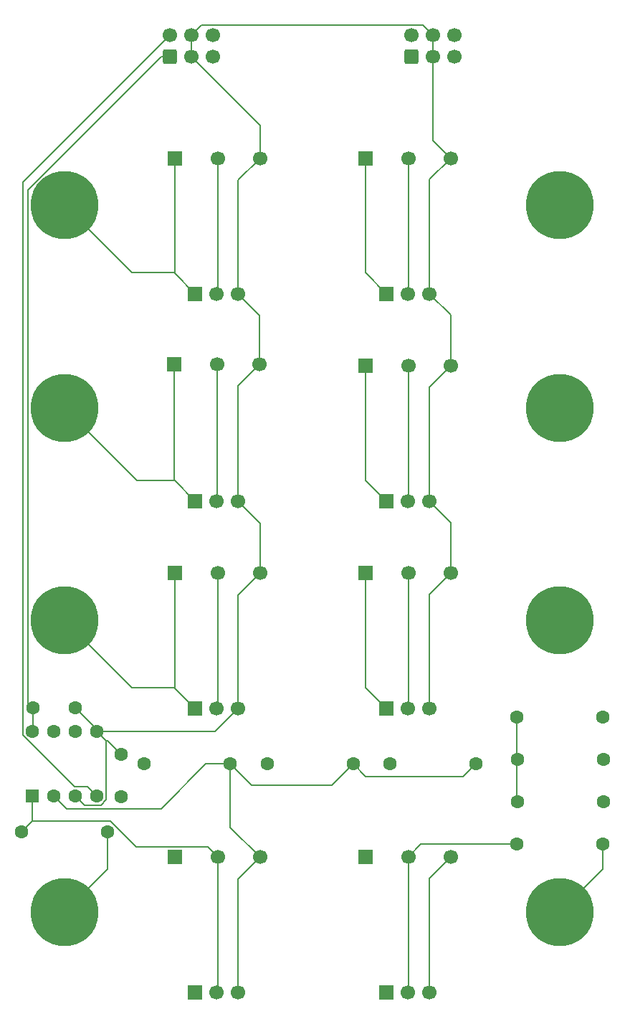
<source format=gbr>
%TF.GenerationSoftware,KiCad,Pcbnew,9.0.6*%
%TF.CreationDate,2026-01-10T14:07:08+11:00*%
%TF.ProjectId,cv-mixer,63762d6d-6978-4657-922e-6b696361645f,rev?*%
%TF.SameCoordinates,Original*%
%TF.FileFunction,Copper,L1,Top*%
%TF.FilePolarity,Positive*%
%FSLAX46Y46*%
G04 Gerber Fmt 4.6, Leading zero omitted, Abs format (unit mm)*
G04 Created by KiCad (PCBNEW 9.0.6) date 2026-01-10 14:07:08*
%MOMM*%
%LPD*%
G01*
G04 APERTURE LIST*
G04 Aperture macros list*
%AMRoundRect*
0 Rectangle with rounded corners*
0 $1 Rounding radius*
0 $2 $3 $4 $5 $6 $7 $8 $9 X,Y pos of 4 corners*
0 Add a 4 corners polygon primitive as box body*
4,1,4,$2,$3,$4,$5,$6,$7,$8,$9,$2,$3,0*
0 Add four circle primitives for the rounded corners*
1,1,$1+$1,$2,$3*
1,1,$1+$1,$4,$5*
1,1,$1+$1,$6,$7*
1,1,$1+$1,$8,$9*
0 Add four rect primitives between the rounded corners*
20,1,$1+$1,$2,$3,$4,$5,0*
20,1,$1+$1,$4,$5,$6,$7,0*
20,1,$1+$1,$6,$7,$8,$9,0*
20,1,$1+$1,$8,$9,$2,$3,0*%
G04 Aperture macros list end*
%TA.AperFunction,ComponentPad*%
%ADD10C,1.600000*%
%TD*%
%TA.AperFunction,ComponentPad*%
%ADD11RoundRect,0.250000X0.600000X-0.600000X0.600000X0.600000X-0.600000X0.600000X-0.600000X-0.600000X0*%
%TD*%
%TA.AperFunction,ComponentPad*%
%ADD12C,1.700000*%
%TD*%
%TA.AperFunction,ComponentPad*%
%ADD13R,1.700000X1.700000*%
%TD*%
%TA.AperFunction,ComponentPad*%
%ADD14C,8.000000*%
%TD*%
%TA.AperFunction,ComponentPad*%
%ADD15RoundRect,0.250000X0.550000X-0.550000X0.550000X0.550000X-0.550000X0.550000X-0.550000X-0.550000X0*%
%TD*%
%TA.AperFunction,Conductor*%
%ADD16C,0.200000*%
%TD*%
G04 APERTURE END LIST*
D10*
%TO.P,C2,1*%
%TO.N,GND*%
X44669438Y-111884473D03*
%TO.P,C2,2*%
%TO.N,-12V*%
X44669438Y-116884473D03*
%TD*%
%TO.P,C1,1*%
%TO.N,GND*%
X39286763Y-106389681D03*
%TO.P,C1,2*%
%TO.N,12V*%
X34286763Y-106389681D03*
%TD*%
D11*
%TO.P,J19,1,Pin_1*%
%TO.N,12V*%
X78960000Y-29500000D03*
D12*
%TO.P,J19,2,Pin_2*%
%TO.N,-12V*%
X78960000Y-26960000D03*
%TO.P,J19,3,Pin_3*%
%TO.N,GND*%
X81500000Y-29500000D03*
%TO.P,J19,4,Pin_4*%
X81500000Y-26960000D03*
%TO.P,J19,5,Pin_5*%
%TO.N,5V*%
X84040000Y-29500000D03*
%TO.P,J19,6,Pin_6*%
%TO.N,unconnected-(J19-Pin_6-Pad6)*%
X84040000Y-26960000D03*
%TD*%
D10*
%TO.P,R6,1*%
%TO.N,Net-(J12-Pin_2)*%
X101660000Y-117500000D03*
%TO.P,R6,2*%
%TO.N,Net-(J15-Pin_3)*%
X91500000Y-117500000D03*
%TD*%
D13*
%TO.P,J2,1,Pin_1*%
%TO.N,Net-(J1-Pin_1)*%
X51000000Y-41500000D03*
D12*
%TO.P,J2,2,Pin_2*%
%TO.N,Net-(J2-Pin_2)*%
X56080000Y-41500000D03*
%TO.P,J2,3,Pin_3*%
%TO.N,GND*%
X61080000Y-41500000D03*
%TD*%
D14*
%TO.P,J3,1,Pin_1*%
%TO.N,Net-(J3-Pin_1)*%
X38000000Y-71024938D03*
%TD*%
D13*
%TO.P,J10,1,Pin_1*%
%TO.N,Net-(J10-Pin_1)*%
X73500000Y-66000000D03*
D12*
%TO.P,J10,2,Pin_2*%
%TO.N,Net-(J10-Pin_2)*%
X78580000Y-66000000D03*
%TO.P,J10,3,Pin_3*%
%TO.N,GND*%
X83580000Y-66000000D03*
%TD*%
D14*
%TO.P,J1,1,Pin_1*%
%TO.N,Net-(J1-Pin_1)*%
X38000000Y-47024938D03*
%TD*%
D10*
%TO.P,R2,1*%
%TO.N,Net-(J4-Pin_2)*%
X61920000Y-113000000D03*
%TO.P,R2,2*%
%TO.N,Net-(J13-Pin_3)*%
X72080000Y-113000000D03*
%TD*%
D13*
%TO.P,J6,1,Pin_1*%
%TO.N,Net-(J5-Pin_1)*%
X51000000Y-90500000D03*
D12*
%TO.P,J6,2,Pin_2*%
%TO.N,Net-(J6-Pin_2)*%
X56080000Y-90500000D03*
%TO.P,J6,3,Pin_3*%
%TO.N,GND*%
X61080000Y-90500000D03*
%TD*%
D14*
%TO.P,J14,1,Pin_1*%
%TO.N,Net-(J14-Pin_1)*%
X38000000Y-130500000D03*
%TD*%
D15*
%TO.P,U1,1*%
%TO.N,Net-(J13-Pin_2)*%
X34190000Y-116810000D03*
D10*
%TO.P,U1,2,-*%
%TO.N,Net-(J13-Pin_3)*%
X36730000Y-116810000D03*
%TO.P,U1,3,+*%
%TO.N,GND*%
X39270000Y-116810000D03*
%TO.P,U1,4,V-*%
%TO.N,-12V*%
X41810000Y-116810000D03*
%TO.P,U1,5,+*%
%TO.N,GND*%
X41810000Y-109190000D03*
%TO.P,U1,6,-*%
%TO.N,Net-(J15-Pin_3)*%
X39270000Y-109190000D03*
%TO.P,U1,7*%
%TO.N,Net-(J15-Pin_2)*%
X36730000Y-109190000D03*
%TO.P,U1,8,V+*%
%TO.N,12V*%
X34190000Y-109190000D03*
%TD*%
D14*
%TO.P,J9,1,Pin_1*%
%TO.N,Net-(J10-Pin_1)*%
X96500000Y-71024938D03*
%TD*%
D13*
%TO.P,J8,1,Pin_1*%
%TO.N,Net-(J7-Pin_1)*%
X73500000Y-41500000D03*
D12*
%TO.P,J8,2,Pin_2*%
%TO.N,Net-(J8-Pin_2)*%
X78580000Y-41500000D03*
%TO.P,J8,3,Pin_3*%
%TO.N,GND*%
X83580000Y-41500000D03*
%TD*%
D13*
%TO.P,RV4,1,1*%
%TO.N,Net-(J7-Pin_1)*%
X76000000Y-57500000D03*
D12*
%TO.P,RV4,2,2*%
%TO.N,Net-(J8-Pin_2)*%
X78540000Y-57500000D03*
%TO.P,RV4,3,3*%
%TO.N,GND*%
X81080000Y-57500000D03*
%TD*%
D13*
%TO.P,J4,1,Pin_1*%
%TO.N,Net-(J3-Pin_1)*%
X50960000Y-65800000D03*
D12*
%TO.P,J4,2,Pin_2*%
%TO.N,Net-(J4-Pin_2)*%
X56040000Y-65800000D03*
%TO.P,J4,3,Pin_3*%
%TO.N,GND*%
X61040000Y-65800000D03*
%TD*%
D14*
%TO.P,J5,1,Pin_1*%
%TO.N,Net-(J5-Pin_1)*%
X38000000Y-96024938D03*
%TD*%
D13*
%TO.P,RV3,1,1*%
%TO.N,Net-(J5-Pin_1)*%
X53410000Y-106500000D03*
D12*
%TO.P,RV3,2,2*%
%TO.N,Net-(J6-Pin_2)*%
X55950000Y-106500000D03*
%TO.P,RV3,3,3*%
%TO.N,GND*%
X58490000Y-106500000D03*
%TD*%
D13*
%TO.P,RV7,1,1*%
%TO.N,unconnected-(RV7-Pad1)*%
X53410000Y-140000000D03*
D12*
%TO.P,RV7,2,2*%
%TO.N,Net-(J13-Pin_2)*%
X55950000Y-140000000D03*
%TO.P,RV7,3,3*%
%TO.N,Net-(J13-Pin_3)*%
X58490000Y-140000000D03*
%TD*%
D13*
%TO.P,RV6,1,1*%
%TO.N,Net-(J11-Pin_1)*%
X75960000Y-106500000D03*
D12*
%TO.P,RV6,2,2*%
%TO.N,Net-(J12-Pin_2)*%
X78500000Y-106500000D03*
%TO.P,RV6,3,3*%
%TO.N,GND*%
X81040000Y-106500000D03*
%TD*%
D13*
%TO.P,J13,1,Pin_1*%
%TO.N,unconnected-(J13-Pin_1-Pad1)*%
X51000000Y-124000000D03*
D12*
%TO.P,J13,2,Pin_2*%
%TO.N,Net-(J13-Pin_2)*%
X56080000Y-124000000D03*
%TO.P,J13,3,Pin_3*%
%TO.N,Net-(J13-Pin_3)*%
X61080000Y-124000000D03*
%TD*%
D10*
%TO.P,R3,1*%
%TO.N,Net-(J6-Pin_2)*%
X76420000Y-113000000D03*
%TO.P,R3,2*%
%TO.N,Net-(J13-Pin_3)*%
X86580000Y-113000000D03*
%TD*%
%TO.P,R5,1*%
%TO.N,Net-(J10-Pin_2)*%
X101660000Y-112500000D03*
%TO.P,R5,2*%
%TO.N,Net-(J15-Pin_3)*%
X91500000Y-112500000D03*
%TD*%
D11*
%TO.P,J18,1,Pin_1*%
%TO.N,12V*%
X50460000Y-29540000D03*
D12*
%TO.P,J18,2,Pin_2*%
%TO.N,-12V*%
X50460000Y-27000000D03*
%TO.P,J18,3,Pin_3*%
%TO.N,GND*%
X53000000Y-29540000D03*
%TO.P,J18,4,Pin_4*%
X53000000Y-27000000D03*
%TO.P,J18,5,Pin_5*%
%TO.N,5V*%
X55540000Y-29540000D03*
%TO.P,J18,6,Pin_6*%
%TO.N,unconnected-(J18-Pin_6-Pad6)*%
X55540000Y-27000000D03*
%TD*%
D13*
%TO.P,J12,1,Pin_1*%
%TO.N,Net-(J11-Pin_1)*%
X73500000Y-90500000D03*
D12*
%TO.P,J12,2,Pin_2*%
%TO.N,Net-(J12-Pin_2)*%
X78580000Y-90500000D03*
%TO.P,J12,3,Pin_3*%
%TO.N,GND*%
X83580000Y-90500000D03*
%TD*%
D10*
%TO.P,R7,1*%
%TO.N,Net-(J13-Pin_2)*%
X32920000Y-121000000D03*
%TO.P,R7,2*%
%TO.N,Net-(J14-Pin_1)*%
X43080000Y-121000000D03*
%TD*%
D14*
%TO.P,J11,1,Pin_1*%
%TO.N,Net-(J11-Pin_1)*%
X96500000Y-96024938D03*
%TD*%
%TO.P,J16,1,Pin_1*%
%TO.N,Net-(J16-Pin_1)*%
X96500000Y-130524938D03*
%TD*%
%TO.P,J7,1,Pin_1*%
%TO.N,Net-(J7-Pin_1)*%
X96500000Y-47000000D03*
%TD*%
D13*
%TO.P,J15,1,Pin_1*%
%TO.N,unconnected-(J15-Pin_1-Pad1)*%
X73500000Y-124000000D03*
D12*
%TO.P,J15,2,Pin_2*%
%TO.N,Net-(J15-Pin_2)*%
X78580000Y-124000000D03*
%TO.P,J15,3,Pin_3*%
%TO.N,Net-(J15-Pin_3)*%
X83580000Y-124000000D03*
%TD*%
D13*
%TO.P,RV1,1,1*%
%TO.N,Net-(J1-Pin_1)*%
X53420000Y-57500000D03*
D12*
%TO.P,RV1,2,2*%
%TO.N,Net-(J2-Pin_2)*%
X55960000Y-57500000D03*
%TO.P,RV1,3,3*%
%TO.N,GND*%
X58500000Y-57500000D03*
%TD*%
D13*
%TO.P,RV5,1,1*%
%TO.N,Net-(J10-Pin_1)*%
X75960000Y-82000000D03*
D12*
%TO.P,RV5,2,2*%
%TO.N,Net-(J10-Pin_2)*%
X78500000Y-82000000D03*
%TO.P,RV5,3,3*%
%TO.N,GND*%
X81040000Y-82000000D03*
%TD*%
D10*
%TO.P,R1,1*%
%TO.N,Net-(J2-Pin_2)*%
X47420000Y-113000000D03*
%TO.P,R1,2*%
%TO.N,Net-(J13-Pin_3)*%
X57580000Y-113000000D03*
%TD*%
D13*
%TO.P,RV2,1,1*%
%TO.N,Net-(J3-Pin_1)*%
X53410000Y-82000000D03*
D12*
%TO.P,RV2,2,2*%
%TO.N,Net-(J4-Pin_2)*%
X55950000Y-82000000D03*
%TO.P,RV2,3,3*%
%TO.N,GND*%
X58490000Y-82000000D03*
%TD*%
D10*
%TO.P,R8,1*%
%TO.N,Net-(J15-Pin_2)*%
X91420000Y-122500000D03*
%TO.P,R8,2*%
%TO.N,Net-(J16-Pin_1)*%
X101580000Y-122500000D03*
%TD*%
D13*
%TO.P,RV8,1,1*%
%TO.N,unconnected-(RV8-Pad1)*%
X75960000Y-140000000D03*
D12*
%TO.P,RV8,2,2*%
%TO.N,Net-(J15-Pin_2)*%
X78500000Y-140000000D03*
%TO.P,RV8,3,3*%
%TO.N,Net-(J15-Pin_3)*%
X81040000Y-140000000D03*
%TD*%
D10*
%TO.P,R4,1*%
%TO.N,Net-(J8-Pin_2)*%
X101580000Y-107500000D03*
%TO.P,R4,2*%
%TO.N,Net-(J15-Pin_3)*%
X91420000Y-107500000D03*
%TD*%
D16*
%TO.N,12V*%
X34286763Y-106389681D02*
X33699000Y-105801918D01*
X33699000Y-105801918D02*
X33699000Y-45243405D01*
%TO.N,GND*%
X44669438Y-111884473D02*
X43075965Y-110291000D01*
X43075965Y-110291000D02*
X42911000Y-110291000D01*
X39286763Y-106389681D02*
X41810000Y-108912918D01*
X41810000Y-108912918D02*
X41810000Y-109190000D01*
%TO.N,12V*%
X34286763Y-106389681D02*
X34286763Y-109093237D01*
X34286763Y-109093237D02*
X34190000Y-109190000D01*
%TO.N,Net-(J2-Pin_2)*%
X56080000Y-57380000D02*
X55960000Y-57500000D01*
X56080000Y-41500000D02*
X56080000Y-57380000D01*
%TO.N,Net-(J4-Pin_2)*%
X56080000Y-81870000D02*
X55950000Y-82000000D01*
X56040000Y-81910000D02*
X55950000Y-82000000D01*
X56040000Y-65800000D02*
X56040000Y-81910000D01*
%TO.N,Net-(J6-Pin_2)*%
X56080000Y-106370000D02*
X55950000Y-106500000D01*
X56080000Y-90500000D02*
X56080000Y-106370000D01*
%TO.N,Net-(J8-Pin_2)*%
X78580000Y-57460000D02*
X78540000Y-57500000D01*
X78580000Y-41500000D02*
X78580000Y-57460000D01*
%TO.N,Net-(J10-Pin_2)*%
X78580000Y-66000000D02*
X78580000Y-81920000D01*
X78580000Y-81920000D02*
X78500000Y-82000000D01*
%TO.N,Net-(J12-Pin_2)*%
X78580000Y-90500000D02*
X78580000Y-106420000D01*
X78580000Y-106420000D02*
X78500000Y-106500000D01*
%TO.N,Net-(J1-Pin_1)*%
X51000000Y-55080000D02*
X53420000Y-57500000D01*
X45975062Y-55000000D02*
X51000000Y-55000000D01*
X38000000Y-47024938D02*
X45975062Y-55000000D01*
X51000000Y-55000000D02*
X51000000Y-55080000D01*
X51000000Y-41500000D02*
X51000000Y-55000000D01*
%TO.N,GND*%
X80349000Y-25809000D02*
X81500000Y-26960000D01*
X83580000Y-66000000D02*
X83580000Y-60000000D01*
X81080000Y-44000000D02*
X81080000Y-57500000D01*
X58490000Y-106500000D02*
X58490000Y-106990000D01*
X53000000Y-27000000D02*
X53000000Y-29540000D01*
X61040000Y-65800000D02*
X58490000Y-68350000D01*
X41810000Y-109190000D02*
X42911000Y-110291000D01*
X81500000Y-39420000D02*
X81500000Y-29500000D01*
X83580000Y-90500000D02*
X81040000Y-93040000D01*
X53000000Y-27000000D02*
X54191000Y-25809000D01*
X58500000Y-44080000D02*
X58500000Y-57500000D01*
X61040000Y-60040000D02*
X61040000Y-65800000D01*
X81040000Y-68540000D02*
X81040000Y-82000000D01*
X83580000Y-66000000D02*
X81040000Y-68540000D01*
X83580000Y-84540000D02*
X83580000Y-90500000D01*
X61080000Y-41500000D02*
X58500000Y-44080000D01*
X61080000Y-37620000D02*
X61080000Y-41500000D01*
X81040000Y-93040000D02*
X81040000Y-106500000D01*
X58490000Y-106500000D02*
X55800000Y-109190000D01*
X58500000Y-57500000D02*
X61040000Y-60040000D01*
X61080000Y-84590000D02*
X61080000Y-90500000D01*
X83580000Y-41500000D02*
X81080000Y-44000000D01*
X58490000Y-82000000D02*
X61080000Y-84590000D01*
X83580000Y-60000000D02*
X81080000Y-57500000D01*
X58490000Y-93090000D02*
X58490000Y-106500000D01*
X42911000Y-117266050D02*
X42266050Y-117911000D01*
X54191000Y-25809000D02*
X80349000Y-25809000D01*
X42266050Y-117911000D02*
X40371000Y-117911000D01*
X40371000Y-117911000D02*
X39270000Y-116810000D01*
X81040000Y-82000000D02*
X83580000Y-84540000D01*
X81500000Y-26960000D02*
X81500000Y-29500000D01*
X58490000Y-68350000D02*
X58490000Y-82000000D01*
X61080000Y-90500000D02*
X58490000Y-93090000D01*
X53000000Y-29540000D02*
X61080000Y-37620000D01*
X55800000Y-109190000D02*
X41810000Y-109190000D01*
X42911000Y-110291000D02*
X42911000Y-117266050D01*
X83580000Y-41500000D02*
X81500000Y-39420000D01*
%TO.N,Net-(J3-Pin_1)*%
X51000000Y-79590000D02*
X53410000Y-82000000D01*
X46565062Y-79590000D02*
X51000000Y-79590000D01*
X50960000Y-65800000D02*
X50960000Y-79550000D01*
X38000000Y-71024938D02*
X46565062Y-79590000D01*
X50960000Y-79550000D02*
X51000000Y-79590000D01*
%TO.N,Net-(J5-Pin_1)*%
X51000000Y-104000000D02*
X51000000Y-104090000D01*
X38000000Y-96024938D02*
X45975062Y-104000000D01*
X51000000Y-90500000D02*
X51000000Y-104090000D01*
X45975062Y-104000000D02*
X51000000Y-104000000D01*
X51000000Y-104090000D02*
X53410000Y-106500000D01*
%TO.N,Net-(J7-Pin_1)*%
X73500000Y-41500000D02*
X73500000Y-55000000D01*
X73500000Y-55000000D02*
X76000000Y-57500000D01*
%TO.N,Net-(J10-Pin_1)*%
X73500000Y-66000000D02*
X73500000Y-79540000D01*
X73500000Y-79540000D02*
X75960000Y-82000000D01*
%TO.N,Net-(J11-Pin_1)*%
X73500000Y-90500000D02*
X73500000Y-104040000D01*
X73500000Y-104040000D02*
X75960000Y-106500000D01*
%TO.N,Net-(J13-Pin_2)*%
X56080000Y-139870000D02*
X55950000Y-140000000D01*
X56080000Y-124000000D02*
X56080000Y-139870000D01*
X43367050Y-119730000D02*
X34190000Y-119730000D01*
X54929000Y-122849000D02*
X46486050Y-122849000D01*
X46486050Y-122849000D02*
X43367050Y-119730000D01*
X56080000Y-124000000D02*
X54929000Y-122849000D01*
X34190000Y-119730000D02*
X32920000Y-121000000D01*
X34190000Y-116810000D02*
X34190000Y-119730000D01*
%TO.N,Net-(J13-Pin_3)*%
X38232000Y-118312000D02*
X49386000Y-118312000D01*
X69580000Y-115500000D02*
X60080000Y-115500000D01*
X58490000Y-126590000D02*
X58490000Y-140000000D01*
X72080000Y-113000000D02*
X73580000Y-114500000D01*
X72080000Y-113000000D02*
X69580000Y-115500000D01*
X73580000Y-114500000D02*
X85080000Y-114500000D01*
X57580000Y-120500000D02*
X61080000Y-124000000D01*
X61080000Y-124000000D02*
X58490000Y-126590000D01*
X49386000Y-118312000D02*
X54698000Y-113000000D01*
X36730000Y-116810000D02*
X38232000Y-118312000D01*
X85080000Y-114500000D02*
X86580000Y-113000000D01*
X60080000Y-115500000D02*
X57580000Y-113000000D01*
X57580000Y-113000000D02*
X57580000Y-120500000D01*
X54698000Y-113000000D02*
X57580000Y-113000000D01*
%TO.N,Net-(J14-Pin_1)*%
X43080000Y-121000000D02*
X43080000Y-125420000D01*
X43080000Y-125420000D02*
X38000000Y-130500000D01*
%TO.N,Net-(J15-Pin_2)*%
X78580000Y-124000000D02*
X78580000Y-139920000D01*
X78580000Y-139920000D02*
X78500000Y-140000000D01*
X80080000Y-122500000D02*
X91420000Y-122500000D01*
X78580000Y-124000000D02*
X80080000Y-122500000D01*
%TO.N,Net-(J15-Pin_3)*%
X91420000Y-117420000D02*
X91500000Y-117500000D01*
X81040000Y-126540000D02*
X81040000Y-140000000D01*
X91420000Y-107500000D02*
X91420000Y-117420000D01*
X83580000Y-124000000D02*
X81040000Y-126540000D01*
%TO.N,Net-(J16-Pin_1)*%
X101580000Y-125444938D02*
X96500000Y-130524938D01*
X101580000Y-122500000D02*
X101580000Y-125444938D01*
%TO.N,-12V*%
X40709000Y-115709000D02*
X41810000Y-116810000D01*
X39151950Y-115709000D02*
X40709000Y-115709000D01*
X50460000Y-27000000D02*
X33089000Y-44371000D01*
X33089000Y-44371000D02*
X33089000Y-109646050D01*
X33089000Y-109646050D02*
X39151950Y-115709000D01*
%TO.N,12V*%
X50460000Y-29540000D02*
X49402405Y-29540000D01*
X33699000Y-108699000D02*
X34190000Y-109190000D01*
X49402405Y-29540000D02*
X33699000Y-45243405D01*
%TD*%
M02*

</source>
